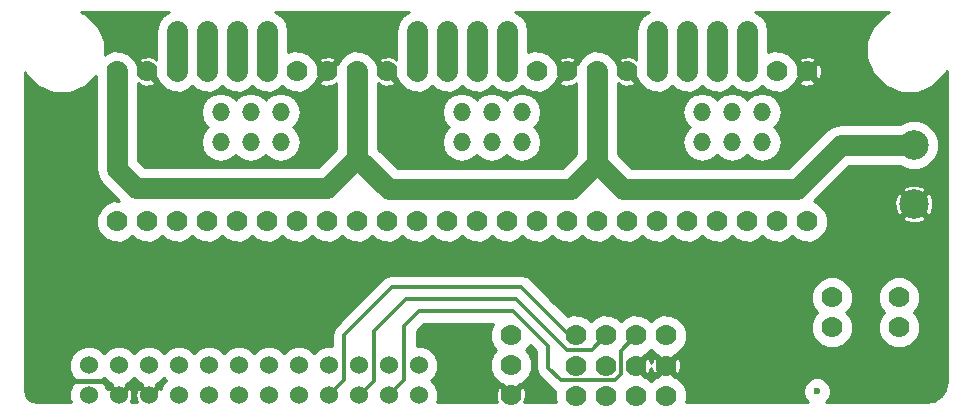
<source format=gbl>
G04 #@! TF.FileFunction,Copper,L2,Bot,Signal*
%FSLAX46Y46*%
G04 Gerber Fmt 4.6, Leading zero omitted, Abs format (unit mm)*
G04 Created by KiCad (PCBNEW 4.0.2-stable) date 12/31/2017 6:43:37 PM*
%MOMM*%
G01*
G04 APERTURE LIST*
%ADD10C,0.100000*%
%ADD11C,1.778000*%
%ADD12O,1.524000X1.524000*%
%ADD13C,2.500000*%
%ADD14C,1.524000*%
%ADD15C,0.600000*%
%ADD16C,1.778000*%
%ADD17C,0.254000*%
%ADD18C,0.381000*%
%ADD19C,0.304800*%
G04 APERTURE END LIST*
D10*
D11*
X172684800Y-122606600D03*
X172684800Y-125146600D03*
X172684800Y-127686600D03*
X180000000Y-112980000D03*
X182540000Y-112980000D03*
X185080000Y-112980000D03*
X187620000Y-112980000D03*
X190160000Y-112980000D03*
X192700000Y-112980000D03*
X195240000Y-112980000D03*
X197780000Y-112980000D03*
X197780000Y-100280000D03*
X195240000Y-100280000D03*
X192700000Y-100280000D03*
X190160000Y-100280000D03*
X187620000Y-100280000D03*
X185080000Y-100280000D03*
X182540000Y-100280000D03*
X180000000Y-100280000D03*
X159680000Y-112980000D03*
X162220000Y-112980000D03*
X164760000Y-112980000D03*
X167300000Y-112980000D03*
X169840000Y-112980000D03*
X172380000Y-112980000D03*
X174920000Y-112980000D03*
X177460000Y-112980000D03*
X177460000Y-100280000D03*
X174920000Y-100280000D03*
X172380000Y-100280000D03*
X169840000Y-100280000D03*
X167300000Y-100280000D03*
X164760000Y-100280000D03*
X162220000Y-100280000D03*
X159680000Y-100280000D03*
D12*
X188860000Y-106270000D03*
X188860000Y-103730000D03*
X191400000Y-106270000D03*
X191400000Y-103730000D03*
X193940000Y-106270000D03*
X193940000Y-103730000D03*
X168510000Y-106270000D03*
X168510000Y-103730000D03*
X171050000Y-106270000D03*
X171050000Y-103730000D03*
X173590000Y-106270000D03*
X173590000Y-103730000D03*
X148110000Y-106270000D03*
X148110000Y-103730000D03*
X150650000Y-106270000D03*
X150650000Y-103730000D03*
X153190000Y-106270000D03*
X153190000Y-103730000D03*
X185080000Y-96851000D03*
X187620000Y-96851000D03*
X190160000Y-96851000D03*
X192700000Y-96851000D03*
X164760000Y-96851000D03*
X167300000Y-96851000D03*
X169840000Y-96851000D03*
X172380000Y-96851000D03*
X144440000Y-96851000D03*
X146980000Y-96851000D03*
X149520000Y-96851000D03*
X152060000Y-96851000D03*
D11*
X139360000Y-112980000D03*
X141900000Y-112980000D03*
X144440000Y-112980000D03*
X146980000Y-112980000D03*
X149520000Y-112980000D03*
X152060000Y-112980000D03*
X154600000Y-112980000D03*
X157140000Y-112980000D03*
X157140000Y-100280000D03*
X154600000Y-100280000D03*
X152060000Y-100280000D03*
X149520000Y-100280000D03*
X146980000Y-100280000D03*
X144440000Y-100280000D03*
X141900000Y-100280000D03*
X139360000Y-100280000D03*
D13*
X206800000Y-111500000D03*
X206800000Y-106500000D03*
D14*
X136947000Y-125172000D03*
X136947000Y-127712000D03*
X139487000Y-127712000D03*
X139487000Y-125172000D03*
X142027000Y-127712000D03*
X142027000Y-125172000D03*
X144567000Y-127712000D03*
X144567000Y-125172000D03*
X147107000Y-127712000D03*
X147107000Y-125172000D03*
X149647000Y-127712000D03*
X149647000Y-125172000D03*
X152187000Y-127712000D03*
X152187000Y-125172000D03*
X154727000Y-127712000D03*
X154727000Y-125172000D03*
X157267000Y-127712000D03*
X157267000Y-125172000D03*
X159807000Y-127712000D03*
X159807000Y-125172000D03*
X162347000Y-127712000D03*
X162347000Y-125172000D03*
X164887000Y-127712000D03*
X164887000Y-125172000D03*
D11*
X199850000Y-119410000D03*
X199850000Y-121950000D03*
X205550000Y-119410000D03*
X205550000Y-121950000D03*
X178196600Y-122632000D03*
X180736600Y-122632000D03*
X183276600Y-122632000D03*
X185816600Y-122632000D03*
X178196600Y-127720000D03*
X178196600Y-125180000D03*
X180736600Y-127720000D03*
X180736600Y-125180000D03*
X183276600Y-127720000D03*
X183276600Y-125180000D03*
X185816600Y-127720000D03*
X185816600Y-125180000D03*
D15*
X180800000Y-114950000D03*
X160950000Y-114950000D03*
X138450000Y-110950000D03*
X188050000Y-125450000D03*
X189150000Y-121050000D03*
X195552000Y-124578000D03*
X198600000Y-127372000D03*
D16*
X139360000Y-100280000D02*
X139360000Y-108560000D01*
X157110000Y-110150000D02*
X159680000Y-107580000D01*
X140950000Y-110150000D02*
X157110000Y-110150000D01*
X139360000Y-108560000D02*
X140950000Y-110150000D01*
X159680000Y-100280000D02*
X159680000Y-107580000D01*
X177750000Y-110250000D02*
X180000000Y-108000000D01*
X159680000Y-107580000D02*
X162350000Y-110250000D01*
X162350000Y-110250000D02*
X177750000Y-110250000D01*
X206800000Y-106500000D02*
X200600000Y-106500000D01*
X200600000Y-106500000D02*
X196900000Y-110200000D01*
X196900000Y-110200000D02*
X182200000Y-110200000D01*
X182200000Y-110200000D02*
X180000000Y-108000000D01*
X180000000Y-108000000D02*
X180000000Y-100280000D01*
D17*
X160950000Y-114950000D02*
X161000000Y-114950000D01*
D18*
X139487000Y-127712000D02*
X139412000Y-127712000D01*
X139412000Y-127712000D02*
X138150000Y-126450000D01*
X138150000Y-126450000D02*
X135750000Y-126450000D01*
D19*
X159867960Y-127712000D02*
X161074460Y-126505500D01*
X161074460Y-126505500D02*
X161074460Y-122223060D01*
X161074460Y-122223060D02*
X163767280Y-119530240D01*
X163767280Y-119530240D02*
X173089460Y-119530240D01*
X173089460Y-119530240D02*
X177402800Y-123843580D01*
X177402800Y-123843580D02*
X179525020Y-123843580D01*
X179525020Y-123843580D02*
X180736600Y-122632000D01*
X159807000Y-127712000D02*
X159867960Y-127712000D01*
X159807000Y-127712000D02*
X159807000Y-127529120D01*
X157267000Y-127666280D02*
X158544620Y-126388660D01*
X173555700Y-118541100D02*
X177896600Y-122882000D01*
X162614360Y-118541100D02*
X173555700Y-118541100D01*
X158544620Y-122610840D02*
X162614360Y-118541100D01*
X158544620Y-126388660D02*
X158544620Y-122610840D01*
X157267000Y-127712000D02*
X157267000Y-127666280D01*
D16*
X185080000Y-100280000D02*
X185080000Y-96851000D01*
X187620000Y-100280000D02*
X187620000Y-96851000D01*
X190160000Y-100280000D02*
X190160000Y-96851000D01*
X192700000Y-100280000D02*
X192700000Y-96851000D01*
X164760000Y-100280000D02*
X164760000Y-96851000D01*
X167300000Y-100280000D02*
X167300000Y-96851000D01*
X169840000Y-100280000D02*
X169840000Y-96851000D01*
X172380000Y-100280000D02*
X172380000Y-96851000D01*
X144440000Y-100280000D02*
X144440000Y-96851000D01*
X146980000Y-100280000D02*
X146980000Y-96851000D01*
X149520000Y-100280000D02*
X149520000Y-96851000D01*
X152060000Y-100280000D02*
X152060000Y-96851000D01*
D19*
X162347000Y-127712000D02*
X162369860Y-127712000D01*
X162369860Y-127712000D02*
X163657640Y-126424220D01*
X181998980Y-123909620D02*
X183276600Y-122632000D01*
X181998980Y-125926380D02*
X181998980Y-123909620D01*
X181483360Y-126442000D02*
X181998980Y-125926380D01*
X176903740Y-126442000D02*
X181483360Y-126442000D01*
X175826780Y-125365040D02*
X176903740Y-126442000D01*
X175826780Y-123530080D02*
X175826780Y-125365040D01*
X172889080Y-120592380D02*
X175826780Y-123530080D01*
X164907320Y-120592380D02*
X172889080Y-120592380D01*
X163657640Y-121842060D02*
X164907320Y-120592380D01*
X163657640Y-126424220D02*
X163657640Y-121842060D01*
X162347000Y-127712000D02*
X162347000Y-127559600D01*
D17*
G36*
X143182764Y-95593764D02*
X142797342Y-96170589D01*
X142662000Y-96851000D01*
X142662000Y-99338392D01*
X142653697Y-99346695D01*
X142554697Y-99162821D01*
X142077336Y-98997319D01*
X141572977Y-99027094D01*
X141245303Y-99162821D01*
X141146302Y-99346697D01*
X141900000Y-100100395D01*
X141914143Y-100086253D01*
X142093748Y-100265858D01*
X142079605Y-100280000D01*
X142823624Y-101024019D01*
X142931806Y-101285840D01*
X143431529Y-101786436D01*
X144084782Y-102057691D01*
X144792114Y-102058308D01*
X145445840Y-101788194D01*
X145710022Y-101524472D01*
X145971529Y-101786436D01*
X146624782Y-102057691D01*
X147332114Y-102058308D01*
X147985840Y-101788194D01*
X148250022Y-101524472D01*
X148511529Y-101786436D01*
X149164782Y-102057691D01*
X149872114Y-102058308D01*
X150525840Y-101788194D01*
X150790022Y-101524472D01*
X151051529Y-101786436D01*
X151704782Y-102057691D01*
X152412114Y-102058308D01*
X153065840Y-101788194D01*
X153330022Y-101524472D01*
X153591529Y-101786436D01*
X154244782Y-102057691D01*
X154952114Y-102058308D01*
X155605840Y-101788194D01*
X156106436Y-101288471D01*
X156216154Y-101024241D01*
X156960395Y-100280000D01*
X156216376Y-99535981D01*
X156138166Y-99346697D01*
X156386302Y-99346697D01*
X157140000Y-100100395D01*
X157893698Y-99346697D01*
X157794697Y-99162821D01*
X157317336Y-98997319D01*
X156812977Y-99027094D01*
X156485303Y-99162821D01*
X156386302Y-99346697D01*
X156138166Y-99346697D01*
X156108194Y-99274160D01*
X155608471Y-98773564D01*
X154955218Y-98502309D01*
X154247886Y-98501692D01*
X153838000Y-98671053D01*
X153838000Y-96851000D01*
X153702658Y-96170589D01*
X153317236Y-95593764D01*
X152748879Y-95214000D01*
X164071121Y-95214000D01*
X163502764Y-95593764D01*
X163117342Y-96170589D01*
X162982000Y-96851000D01*
X162982000Y-99338392D01*
X162973697Y-99346695D01*
X162874697Y-99162821D01*
X162397336Y-98997319D01*
X161892977Y-99027094D01*
X161565303Y-99162821D01*
X161466302Y-99346697D01*
X162220000Y-100100395D01*
X162234143Y-100086253D01*
X162413748Y-100265858D01*
X162399605Y-100280000D01*
X163143624Y-101024019D01*
X163251806Y-101285840D01*
X163751529Y-101786436D01*
X164404782Y-102057691D01*
X165112114Y-102058308D01*
X165765840Y-101788194D01*
X166030022Y-101524472D01*
X166291529Y-101786436D01*
X166944782Y-102057691D01*
X167652114Y-102058308D01*
X168305840Y-101788194D01*
X168570022Y-101524472D01*
X168831529Y-101786436D01*
X169484782Y-102057691D01*
X170192114Y-102058308D01*
X170845840Y-101788194D01*
X171110022Y-101524472D01*
X171371529Y-101786436D01*
X172024782Y-102057691D01*
X172732114Y-102058308D01*
X173385840Y-101788194D01*
X173650022Y-101524472D01*
X173911529Y-101786436D01*
X174564782Y-102057691D01*
X175272114Y-102058308D01*
X175925840Y-101788194D01*
X176426436Y-101288471D01*
X176536154Y-101024241D01*
X177280395Y-100280000D01*
X176536376Y-99535981D01*
X176458166Y-99346697D01*
X176706302Y-99346697D01*
X177460000Y-100100395D01*
X178213698Y-99346697D01*
X178114697Y-99162821D01*
X177637336Y-98997319D01*
X177132977Y-99027094D01*
X176805303Y-99162821D01*
X176706302Y-99346697D01*
X176458166Y-99346697D01*
X176428194Y-99274160D01*
X175928471Y-98773564D01*
X175275218Y-98502309D01*
X174567886Y-98501692D01*
X174158000Y-98671053D01*
X174158000Y-96851000D01*
X174022658Y-96170589D01*
X173637236Y-95593764D01*
X173068879Y-95214000D01*
X184391121Y-95214000D01*
X183822764Y-95593764D01*
X183437342Y-96170589D01*
X183302000Y-96851000D01*
X183302000Y-99338392D01*
X183293697Y-99346695D01*
X183194697Y-99162821D01*
X182717336Y-98997319D01*
X182212977Y-99027094D01*
X181885303Y-99162821D01*
X181786302Y-99346697D01*
X182540000Y-100100395D01*
X182554143Y-100086253D01*
X182733748Y-100265858D01*
X182719605Y-100280000D01*
X183463624Y-101024019D01*
X183571806Y-101285840D01*
X184071529Y-101786436D01*
X184724782Y-102057691D01*
X185432114Y-102058308D01*
X186085840Y-101788194D01*
X186350022Y-101524472D01*
X186611529Y-101786436D01*
X187264782Y-102057691D01*
X187972114Y-102058308D01*
X188625840Y-101788194D01*
X188890022Y-101524472D01*
X189151529Y-101786436D01*
X189804782Y-102057691D01*
X190512114Y-102058308D01*
X191165840Y-101788194D01*
X191430022Y-101524472D01*
X191691529Y-101786436D01*
X192344782Y-102057691D01*
X193052114Y-102058308D01*
X193705840Y-101788194D01*
X193970022Y-101524472D01*
X194231529Y-101786436D01*
X194884782Y-102057691D01*
X195592114Y-102058308D01*
X196245840Y-101788194D01*
X196746436Y-101288471D01*
X196777648Y-101213303D01*
X197026302Y-101213303D01*
X197125303Y-101397179D01*
X197602664Y-101562681D01*
X198107023Y-101532906D01*
X198434697Y-101397179D01*
X198533698Y-101213303D01*
X197780000Y-100459605D01*
X197026302Y-101213303D01*
X196777648Y-101213303D01*
X196856154Y-101024241D01*
X197600395Y-100280000D01*
X197959605Y-100280000D01*
X198713303Y-101033698D01*
X198897179Y-100934697D01*
X199062681Y-100457336D01*
X199032906Y-99952977D01*
X198897179Y-99625303D01*
X198713303Y-99526302D01*
X197959605Y-100280000D01*
X197600395Y-100280000D01*
X196856376Y-99535981D01*
X196778166Y-99346697D01*
X197026302Y-99346697D01*
X197780000Y-100100395D01*
X198533698Y-99346697D01*
X198434697Y-99162821D01*
X197957336Y-98997319D01*
X197452977Y-99027094D01*
X197125303Y-99162821D01*
X197026302Y-99346697D01*
X196778166Y-99346697D01*
X196748194Y-99274160D01*
X196248471Y-98773564D01*
X195595218Y-98502309D01*
X194887886Y-98501692D01*
X194478000Y-98671053D01*
X194478000Y-96851000D01*
X194342658Y-96170589D01*
X193957236Y-95593764D01*
X193388879Y-95214000D01*
X204733898Y-95214000D01*
X204348154Y-95373386D01*
X203326972Y-96392787D01*
X202773631Y-97725380D01*
X202772372Y-99168290D01*
X203323386Y-100501846D01*
X204342787Y-101523028D01*
X205675380Y-102076369D01*
X207118290Y-102077628D01*
X208451846Y-101526614D01*
X209473028Y-100507213D01*
X209586000Y-100235146D01*
X209586000Y-126455055D01*
X209436407Y-127207112D01*
X209064183Y-127764183D01*
X208507112Y-128136407D01*
X207755055Y-128286000D01*
X199367373Y-128286000D01*
X199607397Y-128046394D01*
X199788793Y-127609544D01*
X199789206Y-127136531D01*
X199608573Y-126699365D01*
X199274394Y-126364603D01*
X198837544Y-126183207D01*
X198364531Y-126182794D01*
X197927365Y-126363427D01*
X197592603Y-126697606D01*
X197411207Y-127134456D01*
X197410794Y-127607469D01*
X197591427Y-128044635D01*
X197832372Y-128286000D01*
X187506766Y-128286000D01*
X187594291Y-128075218D01*
X187594908Y-127367886D01*
X187324794Y-126714160D01*
X186825071Y-126213564D01*
X186560841Y-126103846D01*
X185816600Y-125359605D01*
X185072581Y-126103624D01*
X184810760Y-126211806D01*
X184546578Y-126475528D01*
X184285071Y-126213564D01*
X184020841Y-126103846D01*
X183276600Y-125359605D01*
X183262458Y-125373748D01*
X183082853Y-125194143D01*
X183096995Y-125180000D01*
X183456205Y-125180000D01*
X184209903Y-125933698D01*
X184393779Y-125834697D01*
X184555501Y-125368239D01*
X184563694Y-125507023D01*
X184699421Y-125834697D01*
X184883297Y-125933698D01*
X185636995Y-125180000D01*
X185996205Y-125180000D01*
X186749903Y-125933698D01*
X186933779Y-125834697D01*
X187099281Y-125357336D01*
X187069506Y-124852977D01*
X186933779Y-124525303D01*
X186749903Y-124426302D01*
X185996205Y-125180000D01*
X185636995Y-125180000D01*
X184883297Y-124426302D01*
X184699421Y-124525303D01*
X184537699Y-124991761D01*
X184529506Y-124852977D01*
X184393779Y-124525303D01*
X184209903Y-124426302D01*
X183456205Y-125180000D01*
X183096995Y-125180000D01*
X183082853Y-125165858D01*
X183262458Y-124986253D01*
X183276600Y-125000395D01*
X184030298Y-124246697D01*
X184029276Y-124244799D01*
X184282440Y-124140194D01*
X184546622Y-123876472D01*
X184808129Y-124138436D01*
X185063989Y-124244679D01*
X185062902Y-124246697D01*
X185816600Y-125000395D01*
X186570298Y-124246697D01*
X186569276Y-124244799D01*
X186822440Y-124140194D01*
X187323036Y-123640471D01*
X187594291Y-122987218D01*
X187594908Y-122279886D01*
X187324794Y-121626160D01*
X186825071Y-121125564D01*
X186171818Y-120854309D01*
X185464486Y-120853692D01*
X184810760Y-121123806D01*
X184546578Y-121387528D01*
X184285071Y-121125564D01*
X183631818Y-120854309D01*
X182924486Y-120853692D01*
X182270760Y-121123806D01*
X182006578Y-121387528D01*
X181745071Y-121125564D01*
X181091818Y-120854309D01*
X180384486Y-120853692D01*
X179730760Y-121123806D01*
X179466578Y-121387528D01*
X179205071Y-121125564D01*
X178551818Y-120854309D01*
X177844486Y-120853692D01*
X177488248Y-121000886D01*
X176249476Y-119762114D01*
X198071692Y-119762114D01*
X198341806Y-120415840D01*
X198605528Y-120680022D01*
X198343564Y-120941529D01*
X198072309Y-121594782D01*
X198071692Y-122302114D01*
X198341806Y-122955840D01*
X198841529Y-123456436D01*
X199494782Y-123727691D01*
X200202114Y-123728308D01*
X200855840Y-123458194D01*
X201356436Y-122958471D01*
X201627691Y-122305218D01*
X201628308Y-121597886D01*
X201358194Y-120944160D01*
X201094472Y-120679978D01*
X201356436Y-120418471D01*
X201627691Y-119765218D01*
X201627693Y-119762114D01*
X203771692Y-119762114D01*
X204041806Y-120415840D01*
X204305528Y-120680022D01*
X204043564Y-120941529D01*
X203772309Y-121594782D01*
X203771692Y-122302114D01*
X204041806Y-122955840D01*
X204541529Y-123456436D01*
X205194782Y-123727691D01*
X205902114Y-123728308D01*
X206555840Y-123458194D01*
X207056436Y-122958471D01*
X207327691Y-122305218D01*
X207328308Y-121597886D01*
X207058194Y-120944160D01*
X206794472Y-120679978D01*
X207056436Y-120418471D01*
X207327691Y-119765218D01*
X207328308Y-119057886D01*
X207058194Y-118404160D01*
X206558471Y-117903564D01*
X205905218Y-117632309D01*
X205197886Y-117631692D01*
X204544160Y-117901806D01*
X204043564Y-118401529D01*
X203772309Y-119054782D01*
X203771692Y-119762114D01*
X201627693Y-119762114D01*
X201628308Y-119057886D01*
X201358194Y-118404160D01*
X200858471Y-117903564D01*
X200205218Y-117632309D01*
X199497886Y-117631692D01*
X198844160Y-117901806D01*
X198343564Y-118401529D01*
X198072309Y-119054782D01*
X198071692Y-119762114D01*
X176249476Y-119762114D01*
X174292081Y-117804719D01*
X174034051Y-117632309D01*
X173954227Y-117578972D01*
X173555700Y-117499700D01*
X162614360Y-117499700D01*
X162215834Y-117578971D01*
X161877979Y-117804719D01*
X157808239Y-121874459D01*
X157582492Y-122212313D01*
X157503220Y-122610840D01*
X157503220Y-123521205D01*
X156940037Y-123520714D01*
X156333005Y-123771534D01*
X155996821Y-124107132D01*
X155663437Y-123773166D01*
X155056845Y-123521287D01*
X154400037Y-123520714D01*
X153793005Y-123771534D01*
X153456821Y-124107132D01*
X153123437Y-123773166D01*
X152516845Y-123521287D01*
X151860037Y-123520714D01*
X151253005Y-123771534D01*
X150916821Y-124107132D01*
X150583437Y-123773166D01*
X149976845Y-123521287D01*
X149320037Y-123520714D01*
X148713005Y-123771534D01*
X148376821Y-124107132D01*
X148043437Y-123773166D01*
X147436845Y-123521287D01*
X146780037Y-123520714D01*
X146173005Y-123771534D01*
X145836821Y-124107132D01*
X145503437Y-123773166D01*
X144896845Y-123521287D01*
X144240037Y-123520714D01*
X143633005Y-123771534D01*
X143296821Y-124107132D01*
X142963437Y-123773166D01*
X142356845Y-123521287D01*
X141700037Y-123520714D01*
X141093005Y-123771534D01*
X140756821Y-124107132D01*
X140423437Y-123773166D01*
X139816845Y-123521287D01*
X139160037Y-123520714D01*
X138553005Y-123771534D01*
X138216821Y-124107132D01*
X137883437Y-123773166D01*
X137276845Y-123521287D01*
X136620037Y-123520714D01*
X136013005Y-123771534D01*
X135548166Y-124235563D01*
X135296287Y-124842155D01*
X135295714Y-125498963D01*
X135546534Y-126105995D01*
X135882132Y-126442179D01*
X135548166Y-126775563D01*
X135296287Y-127382155D01*
X135295714Y-128038963D01*
X135397787Y-128286000D01*
X132644946Y-128286000D01*
X132160766Y-128189691D01*
X131830791Y-127969209D01*
X131610309Y-127639234D01*
X131514000Y-127155054D01*
X131514000Y-100358121D01*
X131573386Y-100501846D01*
X132592787Y-101523028D01*
X133925380Y-102076369D01*
X135368290Y-102077628D01*
X136701846Y-101526614D01*
X137582000Y-100647995D01*
X137582000Y-108560000D01*
X137717342Y-109240411D01*
X138102764Y-109817236D01*
X139487638Y-111202110D01*
X139007886Y-111201692D01*
X138354160Y-111471806D01*
X137853564Y-111971529D01*
X137582309Y-112624782D01*
X137581692Y-113332114D01*
X137851806Y-113985840D01*
X138351529Y-114486436D01*
X139004782Y-114757691D01*
X139712114Y-114758308D01*
X140365840Y-114488194D01*
X140630022Y-114224472D01*
X140891529Y-114486436D01*
X141544782Y-114757691D01*
X142252114Y-114758308D01*
X142905840Y-114488194D01*
X143170022Y-114224472D01*
X143431529Y-114486436D01*
X144084782Y-114757691D01*
X144792114Y-114758308D01*
X145445840Y-114488194D01*
X145710022Y-114224472D01*
X145971529Y-114486436D01*
X146624782Y-114757691D01*
X147332114Y-114758308D01*
X147985840Y-114488194D01*
X148250022Y-114224472D01*
X148511529Y-114486436D01*
X149164782Y-114757691D01*
X149872114Y-114758308D01*
X150525840Y-114488194D01*
X150790022Y-114224472D01*
X151051529Y-114486436D01*
X151704782Y-114757691D01*
X152412114Y-114758308D01*
X153065840Y-114488194D01*
X153330022Y-114224472D01*
X153591529Y-114486436D01*
X154244782Y-114757691D01*
X154952114Y-114758308D01*
X155605840Y-114488194D01*
X155870022Y-114224472D01*
X156131529Y-114486436D01*
X156784782Y-114757691D01*
X157492114Y-114758308D01*
X158145840Y-114488194D01*
X158410022Y-114224472D01*
X158671529Y-114486436D01*
X159324782Y-114757691D01*
X160032114Y-114758308D01*
X160685840Y-114488194D01*
X160950022Y-114224472D01*
X161211529Y-114486436D01*
X161864782Y-114757691D01*
X162572114Y-114758308D01*
X163225840Y-114488194D01*
X163490022Y-114224472D01*
X163751529Y-114486436D01*
X164404782Y-114757691D01*
X165112114Y-114758308D01*
X165765840Y-114488194D01*
X166030022Y-114224472D01*
X166291529Y-114486436D01*
X166944782Y-114757691D01*
X167652114Y-114758308D01*
X168305840Y-114488194D01*
X168570022Y-114224472D01*
X168831529Y-114486436D01*
X169484782Y-114757691D01*
X170192114Y-114758308D01*
X170845840Y-114488194D01*
X171110022Y-114224472D01*
X171371529Y-114486436D01*
X172024782Y-114757691D01*
X172732114Y-114758308D01*
X173385840Y-114488194D01*
X173650022Y-114224472D01*
X173911529Y-114486436D01*
X174564782Y-114757691D01*
X175272114Y-114758308D01*
X175925840Y-114488194D01*
X176190022Y-114224472D01*
X176451529Y-114486436D01*
X177104782Y-114757691D01*
X177812114Y-114758308D01*
X178465840Y-114488194D01*
X178730022Y-114224472D01*
X178991529Y-114486436D01*
X179644782Y-114757691D01*
X180352114Y-114758308D01*
X181005840Y-114488194D01*
X181270022Y-114224472D01*
X181531529Y-114486436D01*
X182184782Y-114757691D01*
X182892114Y-114758308D01*
X183545840Y-114488194D01*
X183810022Y-114224472D01*
X184071529Y-114486436D01*
X184724782Y-114757691D01*
X185432114Y-114758308D01*
X186085840Y-114488194D01*
X186350022Y-114224472D01*
X186611529Y-114486436D01*
X187264782Y-114757691D01*
X187972114Y-114758308D01*
X188625840Y-114488194D01*
X188890022Y-114224472D01*
X189151529Y-114486436D01*
X189804782Y-114757691D01*
X190512114Y-114758308D01*
X191165840Y-114488194D01*
X191430022Y-114224472D01*
X191691529Y-114486436D01*
X192344782Y-114757691D01*
X193052114Y-114758308D01*
X193705840Y-114488194D01*
X193970022Y-114224472D01*
X194231529Y-114486436D01*
X194884782Y-114757691D01*
X195592114Y-114758308D01*
X196245840Y-114488194D01*
X196510022Y-114224472D01*
X196771529Y-114486436D01*
X197424782Y-114757691D01*
X198132114Y-114758308D01*
X198785840Y-114488194D01*
X199286436Y-113988471D01*
X199557691Y-113335218D01*
X199558249Y-112694692D01*
X205784913Y-112694692D01*
X205928141Y-112916077D01*
X206536416Y-113141930D01*
X207184820Y-113117815D01*
X207671859Y-112916077D01*
X207815087Y-112694692D01*
X206800000Y-111679605D01*
X205784913Y-112694692D01*
X199558249Y-112694692D01*
X199558308Y-112627886D01*
X199288194Y-111974160D01*
X198788471Y-111473564D01*
X198330906Y-111283566D01*
X198378056Y-111236416D01*
X205158070Y-111236416D01*
X205182185Y-111884820D01*
X205383923Y-112371859D01*
X205605308Y-112515087D01*
X206620395Y-111500000D01*
X206979605Y-111500000D01*
X207994692Y-112515087D01*
X208216077Y-112371859D01*
X208441930Y-111763584D01*
X208417815Y-111115180D01*
X208216077Y-110628141D01*
X207994692Y-110484913D01*
X206979605Y-111500000D01*
X206620395Y-111500000D01*
X205605308Y-110484913D01*
X205383923Y-110628141D01*
X205158070Y-111236416D01*
X198378056Y-111236416D01*
X199309164Y-110305308D01*
X205784913Y-110305308D01*
X206800000Y-111320395D01*
X207815087Y-110305308D01*
X207671859Y-110083923D01*
X207063584Y-109858070D01*
X206415180Y-109882185D01*
X205928141Y-110083923D01*
X205784913Y-110305308D01*
X199309164Y-110305308D01*
X201336472Y-108278000D01*
X205552534Y-108278000D01*
X205586772Y-108312298D01*
X206372660Y-108638627D01*
X207223607Y-108639370D01*
X208010063Y-108314413D01*
X208612298Y-107713228D01*
X208938627Y-106927340D01*
X208939370Y-106076393D01*
X208614413Y-105289937D01*
X208013228Y-104687702D01*
X207227340Y-104361373D01*
X206376393Y-104360630D01*
X205589937Y-104685587D01*
X205553460Y-104722000D01*
X200600000Y-104722000D01*
X199919588Y-104857342D01*
X199342764Y-105242764D01*
X196163528Y-108422000D01*
X182936472Y-108422000D01*
X181778000Y-107263528D01*
X181778000Y-103730000D01*
X187176655Y-103730000D01*
X187302330Y-104361810D01*
X187660222Y-104897433D01*
X187813724Y-105000000D01*
X187660222Y-105102567D01*
X187302330Y-105638190D01*
X187176655Y-106270000D01*
X187302330Y-106901810D01*
X187660222Y-107437433D01*
X188195845Y-107795325D01*
X188827655Y-107921000D01*
X188892345Y-107921000D01*
X189524155Y-107795325D01*
X190059778Y-107437433D01*
X190130000Y-107332338D01*
X190200222Y-107437433D01*
X190735845Y-107795325D01*
X191367655Y-107921000D01*
X191432345Y-107921000D01*
X192064155Y-107795325D01*
X192599778Y-107437433D01*
X192670000Y-107332338D01*
X192740222Y-107437433D01*
X193275845Y-107795325D01*
X193907655Y-107921000D01*
X193972345Y-107921000D01*
X194604155Y-107795325D01*
X195139778Y-107437433D01*
X195497670Y-106901810D01*
X195623345Y-106270000D01*
X195497670Y-105638190D01*
X195139778Y-105102567D01*
X194986276Y-105000000D01*
X195139778Y-104897433D01*
X195497670Y-104361810D01*
X195623345Y-103730000D01*
X195497670Y-103098190D01*
X195139778Y-102562567D01*
X194604155Y-102204675D01*
X193972345Y-102079000D01*
X193907655Y-102079000D01*
X193275845Y-102204675D01*
X192740222Y-102562567D01*
X192670000Y-102667662D01*
X192599778Y-102562567D01*
X192064155Y-102204675D01*
X191432345Y-102079000D01*
X191367655Y-102079000D01*
X190735845Y-102204675D01*
X190200222Y-102562567D01*
X190130000Y-102667662D01*
X190059778Y-102562567D01*
X189524155Y-102204675D01*
X188892345Y-102079000D01*
X188827655Y-102079000D01*
X188195845Y-102204675D01*
X187660222Y-102562567D01*
X187302330Y-103098190D01*
X187176655Y-103730000D01*
X181778000Y-103730000D01*
X181778000Y-101221608D01*
X181786303Y-101213305D01*
X181885303Y-101397179D01*
X182362664Y-101562681D01*
X182867023Y-101532906D01*
X183194697Y-101397179D01*
X183293698Y-101213303D01*
X182540000Y-100459605D01*
X182525858Y-100473748D01*
X182346253Y-100294143D01*
X182360395Y-100280000D01*
X181616376Y-99535981D01*
X181508194Y-99274160D01*
X181008471Y-98773564D01*
X180355218Y-98502309D01*
X179647886Y-98501692D01*
X178994160Y-98771806D01*
X178493564Y-99271529D01*
X178383846Y-99535759D01*
X177639605Y-100280000D01*
X177653748Y-100294143D01*
X177474143Y-100473748D01*
X177460000Y-100459605D01*
X176706302Y-101213303D01*
X176805303Y-101397179D01*
X177282664Y-101562681D01*
X177787023Y-101532906D01*
X178114697Y-101397179D01*
X178213697Y-101213305D01*
X178222000Y-101221608D01*
X178222000Y-107263528D01*
X177013528Y-108472000D01*
X163086472Y-108472000D01*
X161458000Y-106843528D01*
X161458000Y-103730000D01*
X166826655Y-103730000D01*
X166952330Y-104361810D01*
X167310222Y-104897433D01*
X167463724Y-105000000D01*
X167310222Y-105102567D01*
X166952330Y-105638190D01*
X166826655Y-106270000D01*
X166952330Y-106901810D01*
X167310222Y-107437433D01*
X167845845Y-107795325D01*
X168477655Y-107921000D01*
X168542345Y-107921000D01*
X169174155Y-107795325D01*
X169709778Y-107437433D01*
X169780000Y-107332338D01*
X169850222Y-107437433D01*
X170385845Y-107795325D01*
X171017655Y-107921000D01*
X171082345Y-107921000D01*
X171714155Y-107795325D01*
X172249778Y-107437433D01*
X172320000Y-107332338D01*
X172390222Y-107437433D01*
X172925845Y-107795325D01*
X173557655Y-107921000D01*
X173622345Y-107921000D01*
X174254155Y-107795325D01*
X174789778Y-107437433D01*
X175147670Y-106901810D01*
X175273345Y-106270000D01*
X175147670Y-105638190D01*
X174789778Y-105102567D01*
X174636276Y-105000000D01*
X174789778Y-104897433D01*
X175147670Y-104361810D01*
X175273345Y-103730000D01*
X175147670Y-103098190D01*
X174789778Y-102562567D01*
X174254155Y-102204675D01*
X173622345Y-102079000D01*
X173557655Y-102079000D01*
X172925845Y-102204675D01*
X172390222Y-102562567D01*
X172320000Y-102667662D01*
X172249778Y-102562567D01*
X171714155Y-102204675D01*
X171082345Y-102079000D01*
X171017655Y-102079000D01*
X170385845Y-102204675D01*
X169850222Y-102562567D01*
X169780000Y-102667662D01*
X169709778Y-102562567D01*
X169174155Y-102204675D01*
X168542345Y-102079000D01*
X168477655Y-102079000D01*
X167845845Y-102204675D01*
X167310222Y-102562567D01*
X166952330Y-103098190D01*
X166826655Y-103730000D01*
X161458000Y-103730000D01*
X161458000Y-101221608D01*
X161466303Y-101213305D01*
X161565303Y-101397179D01*
X162042664Y-101562681D01*
X162547023Y-101532906D01*
X162874697Y-101397179D01*
X162973698Y-101213303D01*
X162220000Y-100459605D01*
X162205858Y-100473748D01*
X162026253Y-100294143D01*
X162040395Y-100280000D01*
X161296376Y-99535981D01*
X161188194Y-99274160D01*
X160688471Y-98773564D01*
X160035218Y-98502309D01*
X159327886Y-98501692D01*
X158674160Y-98771806D01*
X158173564Y-99271529D01*
X158063846Y-99535759D01*
X157319605Y-100280000D01*
X157333748Y-100294143D01*
X157154143Y-100473748D01*
X157140000Y-100459605D01*
X156386302Y-101213303D01*
X156485303Y-101397179D01*
X156962664Y-101562681D01*
X157467023Y-101532906D01*
X157794697Y-101397179D01*
X157893697Y-101213305D01*
X157902000Y-101221608D01*
X157902000Y-106843528D01*
X156373528Y-108372000D01*
X141686472Y-108372000D01*
X141138000Y-107823528D01*
X141138000Y-103730000D01*
X146426655Y-103730000D01*
X146552330Y-104361810D01*
X146910222Y-104897433D01*
X147063724Y-105000000D01*
X146910222Y-105102567D01*
X146552330Y-105638190D01*
X146426655Y-106270000D01*
X146552330Y-106901810D01*
X146910222Y-107437433D01*
X147445845Y-107795325D01*
X148077655Y-107921000D01*
X148142345Y-107921000D01*
X148774155Y-107795325D01*
X149309778Y-107437433D01*
X149380000Y-107332338D01*
X149450222Y-107437433D01*
X149985845Y-107795325D01*
X150617655Y-107921000D01*
X150682345Y-107921000D01*
X151314155Y-107795325D01*
X151849778Y-107437433D01*
X151920000Y-107332338D01*
X151990222Y-107437433D01*
X152525845Y-107795325D01*
X153157655Y-107921000D01*
X153222345Y-107921000D01*
X153854155Y-107795325D01*
X154389778Y-107437433D01*
X154747670Y-106901810D01*
X154873345Y-106270000D01*
X154747670Y-105638190D01*
X154389778Y-105102567D01*
X154236276Y-105000000D01*
X154389778Y-104897433D01*
X154747670Y-104361810D01*
X154873345Y-103730000D01*
X154747670Y-103098190D01*
X154389778Y-102562567D01*
X153854155Y-102204675D01*
X153222345Y-102079000D01*
X153157655Y-102079000D01*
X152525845Y-102204675D01*
X151990222Y-102562567D01*
X151920000Y-102667662D01*
X151849778Y-102562567D01*
X151314155Y-102204675D01*
X150682345Y-102079000D01*
X150617655Y-102079000D01*
X149985845Y-102204675D01*
X149450222Y-102562567D01*
X149380000Y-102667662D01*
X149309778Y-102562567D01*
X148774155Y-102204675D01*
X148142345Y-102079000D01*
X148077655Y-102079000D01*
X147445845Y-102204675D01*
X146910222Y-102562567D01*
X146552330Y-103098190D01*
X146426655Y-103730000D01*
X141138000Y-103730000D01*
X141138000Y-101221608D01*
X141146303Y-101213305D01*
X141245303Y-101397179D01*
X141722664Y-101562681D01*
X142227023Y-101532906D01*
X142554697Y-101397179D01*
X142653698Y-101213303D01*
X141900000Y-100459605D01*
X141885858Y-100473748D01*
X141706253Y-100294143D01*
X141720395Y-100280000D01*
X140976376Y-99535981D01*
X140868194Y-99274160D01*
X140368471Y-98773564D01*
X139715218Y-98502309D01*
X139007886Y-98501692D01*
X138354160Y-98771806D01*
X138276653Y-98849178D01*
X138277628Y-97731710D01*
X137726614Y-96398154D01*
X136707213Y-95376972D01*
X136314733Y-95214000D01*
X143751121Y-95214000D01*
X143182764Y-95593764D01*
X143182764Y-95593764D01*
G37*
X143182764Y-95593764D02*
X142797342Y-96170589D01*
X142662000Y-96851000D01*
X142662000Y-99338392D01*
X142653697Y-99346695D01*
X142554697Y-99162821D01*
X142077336Y-98997319D01*
X141572977Y-99027094D01*
X141245303Y-99162821D01*
X141146302Y-99346697D01*
X141900000Y-100100395D01*
X141914143Y-100086253D01*
X142093748Y-100265858D01*
X142079605Y-100280000D01*
X142823624Y-101024019D01*
X142931806Y-101285840D01*
X143431529Y-101786436D01*
X144084782Y-102057691D01*
X144792114Y-102058308D01*
X145445840Y-101788194D01*
X145710022Y-101524472D01*
X145971529Y-101786436D01*
X146624782Y-102057691D01*
X147332114Y-102058308D01*
X147985840Y-101788194D01*
X148250022Y-101524472D01*
X148511529Y-101786436D01*
X149164782Y-102057691D01*
X149872114Y-102058308D01*
X150525840Y-101788194D01*
X150790022Y-101524472D01*
X151051529Y-101786436D01*
X151704782Y-102057691D01*
X152412114Y-102058308D01*
X153065840Y-101788194D01*
X153330022Y-101524472D01*
X153591529Y-101786436D01*
X154244782Y-102057691D01*
X154952114Y-102058308D01*
X155605840Y-101788194D01*
X156106436Y-101288471D01*
X156216154Y-101024241D01*
X156960395Y-100280000D01*
X156216376Y-99535981D01*
X156138166Y-99346697D01*
X156386302Y-99346697D01*
X157140000Y-100100395D01*
X157893698Y-99346697D01*
X157794697Y-99162821D01*
X157317336Y-98997319D01*
X156812977Y-99027094D01*
X156485303Y-99162821D01*
X156386302Y-99346697D01*
X156138166Y-99346697D01*
X156108194Y-99274160D01*
X155608471Y-98773564D01*
X154955218Y-98502309D01*
X154247886Y-98501692D01*
X153838000Y-98671053D01*
X153838000Y-96851000D01*
X153702658Y-96170589D01*
X153317236Y-95593764D01*
X152748879Y-95214000D01*
X164071121Y-95214000D01*
X163502764Y-95593764D01*
X163117342Y-96170589D01*
X162982000Y-96851000D01*
X162982000Y-99338392D01*
X162973697Y-99346695D01*
X162874697Y-99162821D01*
X162397336Y-98997319D01*
X161892977Y-99027094D01*
X161565303Y-99162821D01*
X161466302Y-99346697D01*
X162220000Y-100100395D01*
X162234143Y-100086253D01*
X162413748Y-100265858D01*
X162399605Y-100280000D01*
X163143624Y-101024019D01*
X163251806Y-101285840D01*
X163751529Y-101786436D01*
X164404782Y-102057691D01*
X165112114Y-102058308D01*
X165765840Y-101788194D01*
X166030022Y-101524472D01*
X166291529Y-101786436D01*
X166944782Y-102057691D01*
X167652114Y-102058308D01*
X168305840Y-101788194D01*
X168570022Y-101524472D01*
X168831529Y-101786436D01*
X169484782Y-102057691D01*
X170192114Y-102058308D01*
X170845840Y-101788194D01*
X171110022Y-101524472D01*
X171371529Y-101786436D01*
X172024782Y-102057691D01*
X172732114Y-102058308D01*
X173385840Y-101788194D01*
X173650022Y-101524472D01*
X173911529Y-101786436D01*
X174564782Y-102057691D01*
X175272114Y-102058308D01*
X175925840Y-101788194D01*
X176426436Y-101288471D01*
X176536154Y-101024241D01*
X177280395Y-100280000D01*
X176536376Y-99535981D01*
X176458166Y-99346697D01*
X176706302Y-99346697D01*
X177460000Y-100100395D01*
X178213698Y-99346697D01*
X178114697Y-99162821D01*
X177637336Y-98997319D01*
X177132977Y-99027094D01*
X176805303Y-99162821D01*
X176706302Y-99346697D01*
X176458166Y-99346697D01*
X176428194Y-99274160D01*
X175928471Y-98773564D01*
X175275218Y-98502309D01*
X174567886Y-98501692D01*
X174158000Y-98671053D01*
X174158000Y-96851000D01*
X174022658Y-96170589D01*
X173637236Y-95593764D01*
X173068879Y-95214000D01*
X184391121Y-95214000D01*
X183822764Y-95593764D01*
X183437342Y-96170589D01*
X183302000Y-96851000D01*
X183302000Y-99338392D01*
X183293697Y-99346695D01*
X183194697Y-99162821D01*
X182717336Y-98997319D01*
X182212977Y-99027094D01*
X181885303Y-99162821D01*
X181786302Y-99346697D01*
X182540000Y-100100395D01*
X182554143Y-100086253D01*
X182733748Y-100265858D01*
X182719605Y-100280000D01*
X183463624Y-101024019D01*
X183571806Y-101285840D01*
X184071529Y-101786436D01*
X184724782Y-102057691D01*
X185432114Y-102058308D01*
X186085840Y-101788194D01*
X186350022Y-101524472D01*
X186611529Y-101786436D01*
X187264782Y-102057691D01*
X187972114Y-102058308D01*
X188625840Y-101788194D01*
X188890022Y-101524472D01*
X189151529Y-101786436D01*
X189804782Y-102057691D01*
X190512114Y-102058308D01*
X191165840Y-101788194D01*
X191430022Y-101524472D01*
X191691529Y-101786436D01*
X192344782Y-102057691D01*
X193052114Y-102058308D01*
X193705840Y-101788194D01*
X193970022Y-101524472D01*
X194231529Y-101786436D01*
X194884782Y-102057691D01*
X195592114Y-102058308D01*
X196245840Y-101788194D01*
X196746436Y-101288471D01*
X196777648Y-101213303D01*
X197026302Y-101213303D01*
X197125303Y-101397179D01*
X197602664Y-101562681D01*
X198107023Y-101532906D01*
X198434697Y-101397179D01*
X198533698Y-101213303D01*
X197780000Y-100459605D01*
X197026302Y-101213303D01*
X196777648Y-101213303D01*
X196856154Y-101024241D01*
X197600395Y-100280000D01*
X197959605Y-100280000D01*
X198713303Y-101033698D01*
X198897179Y-100934697D01*
X199062681Y-100457336D01*
X199032906Y-99952977D01*
X198897179Y-99625303D01*
X198713303Y-99526302D01*
X197959605Y-100280000D01*
X197600395Y-100280000D01*
X196856376Y-99535981D01*
X196778166Y-99346697D01*
X197026302Y-99346697D01*
X197780000Y-100100395D01*
X198533698Y-99346697D01*
X198434697Y-99162821D01*
X197957336Y-98997319D01*
X197452977Y-99027094D01*
X197125303Y-99162821D01*
X197026302Y-99346697D01*
X196778166Y-99346697D01*
X196748194Y-99274160D01*
X196248471Y-98773564D01*
X195595218Y-98502309D01*
X194887886Y-98501692D01*
X194478000Y-98671053D01*
X194478000Y-96851000D01*
X194342658Y-96170589D01*
X193957236Y-95593764D01*
X193388879Y-95214000D01*
X204733898Y-95214000D01*
X204348154Y-95373386D01*
X203326972Y-96392787D01*
X202773631Y-97725380D01*
X202772372Y-99168290D01*
X203323386Y-100501846D01*
X204342787Y-101523028D01*
X205675380Y-102076369D01*
X207118290Y-102077628D01*
X208451846Y-101526614D01*
X209473028Y-100507213D01*
X209586000Y-100235146D01*
X209586000Y-126455055D01*
X209436407Y-127207112D01*
X209064183Y-127764183D01*
X208507112Y-128136407D01*
X207755055Y-128286000D01*
X199367373Y-128286000D01*
X199607397Y-128046394D01*
X199788793Y-127609544D01*
X199789206Y-127136531D01*
X199608573Y-126699365D01*
X199274394Y-126364603D01*
X198837544Y-126183207D01*
X198364531Y-126182794D01*
X197927365Y-126363427D01*
X197592603Y-126697606D01*
X197411207Y-127134456D01*
X197410794Y-127607469D01*
X197591427Y-128044635D01*
X197832372Y-128286000D01*
X187506766Y-128286000D01*
X187594291Y-128075218D01*
X187594908Y-127367886D01*
X187324794Y-126714160D01*
X186825071Y-126213564D01*
X186560841Y-126103846D01*
X185816600Y-125359605D01*
X185072581Y-126103624D01*
X184810760Y-126211806D01*
X184546578Y-126475528D01*
X184285071Y-126213564D01*
X184020841Y-126103846D01*
X183276600Y-125359605D01*
X183262458Y-125373748D01*
X183082853Y-125194143D01*
X183096995Y-125180000D01*
X183456205Y-125180000D01*
X184209903Y-125933698D01*
X184393779Y-125834697D01*
X184555501Y-125368239D01*
X184563694Y-125507023D01*
X184699421Y-125834697D01*
X184883297Y-125933698D01*
X185636995Y-125180000D01*
X185996205Y-125180000D01*
X186749903Y-125933698D01*
X186933779Y-125834697D01*
X187099281Y-125357336D01*
X187069506Y-124852977D01*
X186933779Y-124525303D01*
X186749903Y-124426302D01*
X185996205Y-125180000D01*
X185636995Y-125180000D01*
X184883297Y-124426302D01*
X184699421Y-124525303D01*
X184537699Y-124991761D01*
X184529506Y-124852977D01*
X184393779Y-124525303D01*
X184209903Y-124426302D01*
X183456205Y-125180000D01*
X183096995Y-125180000D01*
X183082853Y-125165858D01*
X183262458Y-124986253D01*
X183276600Y-125000395D01*
X184030298Y-124246697D01*
X184029276Y-124244799D01*
X184282440Y-124140194D01*
X184546622Y-123876472D01*
X184808129Y-124138436D01*
X185063989Y-124244679D01*
X185062902Y-124246697D01*
X185816600Y-125000395D01*
X186570298Y-124246697D01*
X186569276Y-124244799D01*
X186822440Y-124140194D01*
X187323036Y-123640471D01*
X187594291Y-122987218D01*
X187594908Y-122279886D01*
X187324794Y-121626160D01*
X186825071Y-121125564D01*
X186171818Y-120854309D01*
X185464486Y-120853692D01*
X184810760Y-121123806D01*
X184546578Y-121387528D01*
X184285071Y-121125564D01*
X183631818Y-120854309D01*
X182924486Y-120853692D01*
X182270760Y-121123806D01*
X182006578Y-121387528D01*
X181745071Y-121125564D01*
X181091818Y-120854309D01*
X180384486Y-120853692D01*
X179730760Y-121123806D01*
X179466578Y-121387528D01*
X179205071Y-121125564D01*
X178551818Y-120854309D01*
X177844486Y-120853692D01*
X177488248Y-121000886D01*
X176249476Y-119762114D01*
X198071692Y-119762114D01*
X198341806Y-120415840D01*
X198605528Y-120680022D01*
X198343564Y-120941529D01*
X198072309Y-121594782D01*
X198071692Y-122302114D01*
X198341806Y-122955840D01*
X198841529Y-123456436D01*
X199494782Y-123727691D01*
X200202114Y-123728308D01*
X200855840Y-123458194D01*
X201356436Y-122958471D01*
X201627691Y-122305218D01*
X201628308Y-121597886D01*
X201358194Y-120944160D01*
X201094472Y-120679978D01*
X201356436Y-120418471D01*
X201627691Y-119765218D01*
X201627693Y-119762114D01*
X203771692Y-119762114D01*
X204041806Y-120415840D01*
X204305528Y-120680022D01*
X204043564Y-120941529D01*
X203772309Y-121594782D01*
X203771692Y-122302114D01*
X204041806Y-122955840D01*
X204541529Y-123456436D01*
X205194782Y-123727691D01*
X205902114Y-123728308D01*
X206555840Y-123458194D01*
X207056436Y-122958471D01*
X207327691Y-122305218D01*
X207328308Y-121597886D01*
X207058194Y-120944160D01*
X206794472Y-120679978D01*
X207056436Y-120418471D01*
X207327691Y-119765218D01*
X207328308Y-119057886D01*
X207058194Y-118404160D01*
X206558471Y-117903564D01*
X205905218Y-117632309D01*
X205197886Y-117631692D01*
X204544160Y-117901806D01*
X204043564Y-118401529D01*
X203772309Y-119054782D01*
X203771692Y-119762114D01*
X201627693Y-119762114D01*
X201628308Y-119057886D01*
X201358194Y-118404160D01*
X200858471Y-117903564D01*
X200205218Y-117632309D01*
X199497886Y-117631692D01*
X198844160Y-117901806D01*
X198343564Y-118401529D01*
X198072309Y-119054782D01*
X198071692Y-119762114D01*
X176249476Y-119762114D01*
X174292081Y-117804719D01*
X174034051Y-117632309D01*
X173954227Y-117578972D01*
X173555700Y-117499700D01*
X162614360Y-117499700D01*
X162215834Y-117578971D01*
X161877979Y-117804719D01*
X157808239Y-121874459D01*
X157582492Y-122212313D01*
X157503220Y-122610840D01*
X157503220Y-123521205D01*
X156940037Y-123520714D01*
X156333005Y-123771534D01*
X155996821Y-124107132D01*
X155663437Y-123773166D01*
X155056845Y-123521287D01*
X154400037Y-123520714D01*
X153793005Y-123771534D01*
X153456821Y-124107132D01*
X153123437Y-123773166D01*
X152516845Y-123521287D01*
X151860037Y-123520714D01*
X151253005Y-123771534D01*
X150916821Y-124107132D01*
X150583437Y-123773166D01*
X149976845Y-123521287D01*
X149320037Y-123520714D01*
X148713005Y-123771534D01*
X148376821Y-124107132D01*
X148043437Y-123773166D01*
X147436845Y-123521287D01*
X146780037Y-123520714D01*
X146173005Y-123771534D01*
X145836821Y-124107132D01*
X145503437Y-123773166D01*
X144896845Y-123521287D01*
X144240037Y-123520714D01*
X143633005Y-123771534D01*
X143296821Y-124107132D01*
X142963437Y-123773166D01*
X142356845Y-123521287D01*
X141700037Y-123520714D01*
X141093005Y-123771534D01*
X140756821Y-124107132D01*
X140423437Y-123773166D01*
X139816845Y-123521287D01*
X139160037Y-123520714D01*
X138553005Y-123771534D01*
X138216821Y-124107132D01*
X137883437Y-123773166D01*
X137276845Y-123521287D01*
X136620037Y-123520714D01*
X136013005Y-123771534D01*
X135548166Y-124235563D01*
X135296287Y-124842155D01*
X135295714Y-125498963D01*
X135546534Y-126105995D01*
X135882132Y-126442179D01*
X135548166Y-126775563D01*
X135296287Y-127382155D01*
X135295714Y-128038963D01*
X135397787Y-128286000D01*
X132644946Y-128286000D01*
X132160766Y-128189691D01*
X131830791Y-127969209D01*
X131610309Y-127639234D01*
X131514000Y-127155054D01*
X131514000Y-100358121D01*
X131573386Y-100501846D01*
X132592787Y-101523028D01*
X133925380Y-102076369D01*
X135368290Y-102077628D01*
X136701846Y-101526614D01*
X137582000Y-100647995D01*
X137582000Y-108560000D01*
X137717342Y-109240411D01*
X138102764Y-109817236D01*
X139487638Y-111202110D01*
X139007886Y-111201692D01*
X138354160Y-111471806D01*
X137853564Y-111971529D01*
X137582309Y-112624782D01*
X137581692Y-113332114D01*
X137851806Y-113985840D01*
X138351529Y-114486436D01*
X139004782Y-114757691D01*
X139712114Y-114758308D01*
X140365840Y-114488194D01*
X140630022Y-114224472D01*
X140891529Y-114486436D01*
X141544782Y-114757691D01*
X142252114Y-114758308D01*
X142905840Y-114488194D01*
X143170022Y-114224472D01*
X143431529Y-114486436D01*
X144084782Y-114757691D01*
X144792114Y-114758308D01*
X145445840Y-114488194D01*
X145710022Y-114224472D01*
X145971529Y-114486436D01*
X146624782Y-114757691D01*
X147332114Y-114758308D01*
X147985840Y-114488194D01*
X148250022Y-114224472D01*
X148511529Y-114486436D01*
X149164782Y-114757691D01*
X149872114Y-114758308D01*
X150525840Y-114488194D01*
X150790022Y-114224472D01*
X151051529Y-114486436D01*
X151704782Y-114757691D01*
X152412114Y-114758308D01*
X153065840Y-114488194D01*
X153330022Y-114224472D01*
X153591529Y-114486436D01*
X154244782Y-114757691D01*
X154952114Y-114758308D01*
X155605840Y-114488194D01*
X155870022Y-114224472D01*
X156131529Y-114486436D01*
X156784782Y-114757691D01*
X157492114Y-114758308D01*
X158145840Y-114488194D01*
X158410022Y-114224472D01*
X158671529Y-114486436D01*
X159324782Y-114757691D01*
X160032114Y-114758308D01*
X160685840Y-114488194D01*
X160950022Y-114224472D01*
X161211529Y-114486436D01*
X161864782Y-114757691D01*
X162572114Y-114758308D01*
X163225840Y-114488194D01*
X163490022Y-114224472D01*
X163751529Y-114486436D01*
X164404782Y-114757691D01*
X165112114Y-114758308D01*
X165765840Y-114488194D01*
X166030022Y-114224472D01*
X166291529Y-114486436D01*
X166944782Y-114757691D01*
X167652114Y-114758308D01*
X168305840Y-114488194D01*
X168570022Y-114224472D01*
X168831529Y-114486436D01*
X169484782Y-114757691D01*
X170192114Y-114758308D01*
X170845840Y-114488194D01*
X171110022Y-114224472D01*
X171371529Y-114486436D01*
X172024782Y-114757691D01*
X172732114Y-114758308D01*
X173385840Y-114488194D01*
X173650022Y-114224472D01*
X173911529Y-114486436D01*
X174564782Y-114757691D01*
X175272114Y-114758308D01*
X175925840Y-114488194D01*
X176190022Y-114224472D01*
X176451529Y-114486436D01*
X177104782Y-114757691D01*
X177812114Y-114758308D01*
X178465840Y-114488194D01*
X178730022Y-114224472D01*
X178991529Y-114486436D01*
X179644782Y-114757691D01*
X180352114Y-114758308D01*
X181005840Y-114488194D01*
X181270022Y-114224472D01*
X181531529Y-114486436D01*
X182184782Y-114757691D01*
X182892114Y-114758308D01*
X183545840Y-114488194D01*
X183810022Y-114224472D01*
X184071529Y-114486436D01*
X184724782Y-114757691D01*
X185432114Y-114758308D01*
X186085840Y-114488194D01*
X186350022Y-114224472D01*
X186611529Y-114486436D01*
X187264782Y-114757691D01*
X187972114Y-114758308D01*
X188625840Y-114488194D01*
X188890022Y-114224472D01*
X189151529Y-114486436D01*
X189804782Y-114757691D01*
X190512114Y-114758308D01*
X191165840Y-114488194D01*
X191430022Y-114224472D01*
X191691529Y-114486436D01*
X192344782Y-114757691D01*
X193052114Y-114758308D01*
X193705840Y-114488194D01*
X193970022Y-114224472D01*
X194231529Y-114486436D01*
X194884782Y-114757691D01*
X195592114Y-114758308D01*
X196245840Y-114488194D01*
X196510022Y-114224472D01*
X196771529Y-114486436D01*
X197424782Y-114757691D01*
X198132114Y-114758308D01*
X198785840Y-114488194D01*
X199286436Y-113988471D01*
X199557691Y-113335218D01*
X199558249Y-112694692D01*
X205784913Y-112694692D01*
X205928141Y-112916077D01*
X206536416Y-113141930D01*
X207184820Y-113117815D01*
X207671859Y-112916077D01*
X207815087Y-112694692D01*
X206800000Y-111679605D01*
X205784913Y-112694692D01*
X199558249Y-112694692D01*
X199558308Y-112627886D01*
X199288194Y-111974160D01*
X198788471Y-111473564D01*
X198330906Y-111283566D01*
X198378056Y-111236416D01*
X205158070Y-111236416D01*
X205182185Y-111884820D01*
X205383923Y-112371859D01*
X205605308Y-112515087D01*
X206620395Y-111500000D01*
X206979605Y-111500000D01*
X207994692Y-112515087D01*
X208216077Y-112371859D01*
X208441930Y-111763584D01*
X208417815Y-111115180D01*
X208216077Y-110628141D01*
X207994692Y-110484913D01*
X206979605Y-111500000D01*
X206620395Y-111500000D01*
X205605308Y-110484913D01*
X205383923Y-110628141D01*
X205158070Y-111236416D01*
X198378056Y-111236416D01*
X199309164Y-110305308D01*
X205784913Y-110305308D01*
X206800000Y-111320395D01*
X207815087Y-110305308D01*
X207671859Y-110083923D01*
X207063584Y-109858070D01*
X206415180Y-109882185D01*
X205928141Y-110083923D01*
X205784913Y-110305308D01*
X199309164Y-110305308D01*
X201336472Y-108278000D01*
X205552534Y-108278000D01*
X205586772Y-108312298D01*
X206372660Y-108638627D01*
X207223607Y-108639370D01*
X208010063Y-108314413D01*
X208612298Y-107713228D01*
X208938627Y-106927340D01*
X208939370Y-106076393D01*
X208614413Y-105289937D01*
X208013228Y-104687702D01*
X207227340Y-104361373D01*
X206376393Y-104360630D01*
X205589937Y-104685587D01*
X205553460Y-104722000D01*
X200600000Y-104722000D01*
X199919588Y-104857342D01*
X199342764Y-105242764D01*
X196163528Y-108422000D01*
X182936472Y-108422000D01*
X181778000Y-107263528D01*
X181778000Y-103730000D01*
X187176655Y-103730000D01*
X187302330Y-104361810D01*
X187660222Y-104897433D01*
X187813724Y-105000000D01*
X187660222Y-105102567D01*
X187302330Y-105638190D01*
X187176655Y-106270000D01*
X187302330Y-106901810D01*
X187660222Y-107437433D01*
X188195845Y-107795325D01*
X188827655Y-107921000D01*
X188892345Y-107921000D01*
X189524155Y-107795325D01*
X190059778Y-107437433D01*
X190130000Y-107332338D01*
X190200222Y-107437433D01*
X190735845Y-107795325D01*
X191367655Y-107921000D01*
X191432345Y-107921000D01*
X192064155Y-107795325D01*
X192599778Y-107437433D01*
X192670000Y-107332338D01*
X192740222Y-107437433D01*
X193275845Y-107795325D01*
X193907655Y-107921000D01*
X193972345Y-107921000D01*
X194604155Y-107795325D01*
X195139778Y-107437433D01*
X195497670Y-106901810D01*
X195623345Y-106270000D01*
X195497670Y-105638190D01*
X195139778Y-105102567D01*
X194986276Y-105000000D01*
X195139778Y-104897433D01*
X195497670Y-104361810D01*
X195623345Y-103730000D01*
X195497670Y-103098190D01*
X195139778Y-102562567D01*
X194604155Y-102204675D01*
X193972345Y-102079000D01*
X193907655Y-102079000D01*
X193275845Y-102204675D01*
X192740222Y-102562567D01*
X192670000Y-102667662D01*
X192599778Y-102562567D01*
X192064155Y-102204675D01*
X191432345Y-102079000D01*
X191367655Y-102079000D01*
X190735845Y-102204675D01*
X190200222Y-102562567D01*
X190130000Y-102667662D01*
X190059778Y-102562567D01*
X189524155Y-102204675D01*
X188892345Y-102079000D01*
X188827655Y-102079000D01*
X188195845Y-102204675D01*
X187660222Y-102562567D01*
X187302330Y-103098190D01*
X187176655Y-103730000D01*
X181778000Y-103730000D01*
X181778000Y-101221608D01*
X181786303Y-101213305D01*
X181885303Y-101397179D01*
X182362664Y-101562681D01*
X182867023Y-101532906D01*
X183194697Y-101397179D01*
X183293698Y-101213303D01*
X182540000Y-100459605D01*
X182525858Y-100473748D01*
X182346253Y-100294143D01*
X182360395Y-100280000D01*
X181616376Y-99535981D01*
X181508194Y-99274160D01*
X181008471Y-98773564D01*
X180355218Y-98502309D01*
X179647886Y-98501692D01*
X178994160Y-98771806D01*
X178493564Y-99271529D01*
X178383846Y-99535759D01*
X177639605Y-100280000D01*
X177653748Y-100294143D01*
X177474143Y-100473748D01*
X177460000Y-100459605D01*
X176706302Y-101213303D01*
X176805303Y-101397179D01*
X177282664Y-101562681D01*
X177787023Y-101532906D01*
X178114697Y-101397179D01*
X178213697Y-101213305D01*
X178222000Y-101221608D01*
X178222000Y-107263528D01*
X177013528Y-108472000D01*
X163086472Y-108472000D01*
X161458000Y-106843528D01*
X161458000Y-103730000D01*
X166826655Y-103730000D01*
X166952330Y-104361810D01*
X167310222Y-104897433D01*
X167463724Y-105000000D01*
X167310222Y-105102567D01*
X166952330Y-105638190D01*
X166826655Y-106270000D01*
X166952330Y-106901810D01*
X167310222Y-107437433D01*
X167845845Y-107795325D01*
X168477655Y-107921000D01*
X168542345Y-107921000D01*
X169174155Y-107795325D01*
X169709778Y-107437433D01*
X169780000Y-107332338D01*
X169850222Y-107437433D01*
X170385845Y-107795325D01*
X171017655Y-107921000D01*
X171082345Y-107921000D01*
X171714155Y-107795325D01*
X172249778Y-107437433D01*
X172320000Y-107332338D01*
X172390222Y-107437433D01*
X172925845Y-107795325D01*
X173557655Y-107921000D01*
X173622345Y-107921000D01*
X174254155Y-107795325D01*
X174789778Y-107437433D01*
X175147670Y-106901810D01*
X175273345Y-106270000D01*
X175147670Y-105638190D01*
X174789778Y-105102567D01*
X174636276Y-105000000D01*
X174789778Y-104897433D01*
X175147670Y-104361810D01*
X175273345Y-103730000D01*
X175147670Y-103098190D01*
X174789778Y-102562567D01*
X174254155Y-102204675D01*
X173622345Y-102079000D01*
X173557655Y-102079000D01*
X172925845Y-102204675D01*
X172390222Y-102562567D01*
X172320000Y-102667662D01*
X172249778Y-102562567D01*
X171714155Y-102204675D01*
X171082345Y-102079000D01*
X171017655Y-102079000D01*
X170385845Y-102204675D01*
X169850222Y-102562567D01*
X169780000Y-102667662D01*
X169709778Y-102562567D01*
X169174155Y-102204675D01*
X168542345Y-102079000D01*
X168477655Y-102079000D01*
X167845845Y-102204675D01*
X167310222Y-102562567D01*
X166952330Y-103098190D01*
X166826655Y-103730000D01*
X161458000Y-103730000D01*
X161458000Y-101221608D01*
X161466303Y-101213305D01*
X161565303Y-101397179D01*
X162042664Y-101562681D01*
X162547023Y-101532906D01*
X162874697Y-101397179D01*
X162973698Y-101213303D01*
X162220000Y-100459605D01*
X162205858Y-100473748D01*
X162026253Y-100294143D01*
X162040395Y-100280000D01*
X161296376Y-99535981D01*
X161188194Y-99274160D01*
X160688471Y-98773564D01*
X160035218Y-98502309D01*
X159327886Y-98501692D01*
X158674160Y-98771806D01*
X158173564Y-99271529D01*
X158063846Y-99535759D01*
X157319605Y-100280000D01*
X157333748Y-100294143D01*
X157154143Y-100473748D01*
X157140000Y-100459605D01*
X156386302Y-101213303D01*
X156485303Y-101397179D01*
X156962664Y-101562681D01*
X157467023Y-101532906D01*
X157794697Y-101397179D01*
X157893697Y-101213305D01*
X157902000Y-101221608D01*
X157902000Y-106843528D01*
X156373528Y-108372000D01*
X141686472Y-108372000D01*
X141138000Y-107823528D01*
X141138000Y-103730000D01*
X146426655Y-103730000D01*
X146552330Y-104361810D01*
X146910222Y-104897433D01*
X147063724Y-105000000D01*
X146910222Y-105102567D01*
X146552330Y-105638190D01*
X146426655Y-106270000D01*
X146552330Y-106901810D01*
X146910222Y-107437433D01*
X147445845Y-107795325D01*
X148077655Y-107921000D01*
X148142345Y-107921000D01*
X148774155Y-107795325D01*
X149309778Y-107437433D01*
X149380000Y-107332338D01*
X149450222Y-107437433D01*
X149985845Y-107795325D01*
X150617655Y-107921000D01*
X150682345Y-107921000D01*
X151314155Y-107795325D01*
X151849778Y-107437433D01*
X151920000Y-107332338D01*
X151990222Y-107437433D01*
X152525845Y-107795325D01*
X153157655Y-107921000D01*
X153222345Y-107921000D01*
X153854155Y-107795325D01*
X154389778Y-107437433D01*
X154747670Y-106901810D01*
X154873345Y-106270000D01*
X154747670Y-105638190D01*
X154389778Y-105102567D01*
X154236276Y-105000000D01*
X154389778Y-104897433D01*
X154747670Y-104361810D01*
X154873345Y-103730000D01*
X154747670Y-103098190D01*
X154389778Y-102562567D01*
X153854155Y-102204675D01*
X153222345Y-102079000D01*
X153157655Y-102079000D01*
X152525845Y-102204675D01*
X151990222Y-102562567D01*
X151920000Y-102667662D01*
X151849778Y-102562567D01*
X151314155Y-102204675D01*
X150682345Y-102079000D01*
X150617655Y-102079000D01*
X149985845Y-102204675D01*
X149450222Y-102562567D01*
X149380000Y-102667662D01*
X149309778Y-102562567D01*
X148774155Y-102204675D01*
X148142345Y-102079000D01*
X148077655Y-102079000D01*
X147445845Y-102204675D01*
X146910222Y-102562567D01*
X146552330Y-103098190D01*
X146426655Y-103730000D01*
X141138000Y-103730000D01*
X141138000Y-101221608D01*
X141146303Y-101213305D01*
X141245303Y-101397179D01*
X141722664Y-101562681D01*
X142227023Y-101532906D01*
X142554697Y-101397179D01*
X142653698Y-101213303D01*
X141900000Y-100459605D01*
X141885858Y-100473748D01*
X141706253Y-100294143D01*
X141720395Y-100280000D01*
X140976376Y-99535981D01*
X140868194Y-99274160D01*
X140368471Y-98773564D01*
X139715218Y-98502309D01*
X139007886Y-98501692D01*
X138354160Y-98771806D01*
X138276653Y-98849178D01*
X138277628Y-97731710D01*
X137726614Y-96398154D01*
X136707213Y-95376972D01*
X136314733Y-95214000D01*
X143751121Y-95214000D01*
X143182764Y-95593764D01*
G36*
X170907109Y-122251382D02*
X170906492Y-122958714D01*
X171176606Y-123612440D01*
X171440328Y-123876622D01*
X171178364Y-124138129D01*
X170907109Y-124791382D01*
X170906492Y-125498714D01*
X171176606Y-126152440D01*
X171676329Y-126653036D01*
X171940559Y-126762754D01*
X172684800Y-127506995D01*
X173428819Y-126762976D01*
X173690640Y-126654794D01*
X174191236Y-126155071D01*
X174462491Y-125501818D01*
X174463108Y-124794486D01*
X174192994Y-124140760D01*
X173929272Y-123876578D01*
X174191236Y-123615071D01*
X174263934Y-123439996D01*
X174785380Y-123961442D01*
X174785380Y-125365040D01*
X174864652Y-125763567D01*
X175063582Y-126061287D01*
X175090399Y-126101421D01*
X176167359Y-127178381D01*
X176424864Y-127350441D01*
X176418909Y-127364782D01*
X176418292Y-128072114D01*
X176506668Y-128286000D01*
X173821151Y-128286000D01*
X173967481Y-127863936D01*
X173937706Y-127359577D01*
X173801979Y-127031903D01*
X173618103Y-126932902D01*
X172864405Y-127686600D01*
X172878548Y-127700743D01*
X172698943Y-127880348D01*
X172684800Y-127866205D01*
X172670658Y-127880348D01*
X172491053Y-127700743D01*
X172505195Y-127686600D01*
X171751497Y-126932902D01*
X171567621Y-127031903D01*
X171402119Y-127509264D01*
X171431894Y-128013623D01*
X171544716Y-128286000D01*
X166436331Y-128286000D01*
X166537713Y-128041845D01*
X166538286Y-127385037D01*
X166287466Y-126778005D01*
X165951868Y-126441821D01*
X166285834Y-126108437D01*
X166537713Y-125501845D01*
X166538286Y-124845037D01*
X166287466Y-124238005D01*
X165823437Y-123773166D01*
X165216845Y-123521287D01*
X164699040Y-123520835D01*
X164699040Y-122273422D01*
X165338682Y-121633780D01*
X171163560Y-121633780D01*
X170907109Y-122251382D01*
X170907109Y-122251382D01*
G37*
X170907109Y-122251382D02*
X170906492Y-122958714D01*
X171176606Y-123612440D01*
X171440328Y-123876622D01*
X171178364Y-124138129D01*
X170907109Y-124791382D01*
X170906492Y-125498714D01*
X171176606Y-126152440D01*
X171676329Y-126653036D01*
X171940559Y-126762754D01*
X172684800Y-127506995D01*
X173428819Y-126762976D01*
X173690640Y-126654794D01*
X174191236Y-126155071D01*
X174462491Y-125501818D01*
X174463108Y-124794486D01*
X174192994Y-124140760D01*
X173929272Y-123876578D01*
X174191236Y-123615071D01*
X174263934Y-123439996D01*
X174785380Y-123961442D01*
X174785380Y-125365040D01*
X174864652Y-125763567D01*
X175063582Y-126061287D01*
X175090399Y-126101421D01*
X176167359Y-127178381D01*
X176424864Y-127350441D01*
X176418909Y-127364782D01*
X176418292Y-128072114D01*
X176506668Y-128286000D01*
X173821151Y-128286000D01*
X173967481Y-127863936D01*
X173937706Y-127359577D01*
X173801979Y-127031903D01*
X173618103Y-126932902D01*
X172864405Y-127686600D01*
X172878548Y-127700743D01*
X172698943Y-127880348D01*
X172684800Y-127866205D01*
X172670658Y-127880348D01*
X172491053Y-127700743D01*
X172505195Y-127686600D01*
X171751497Y-126932902D01*
X171567621Y-127031903D01*
X171402119Y-127509264D01*
X171431894Y-128013623D01*
X171544716Y-128286000D01*
X166436331Y-128286000D01*
X166537713Y-128041845D01*
X166538286Y-127385037D01*
X166287466Y-126778005D01*
X165951868Y-126441821D01*
X166285834Y-126108437D01*
X166537713Y-125501845D01*
X166538286Y-124845037D01*
X166287466Y-124238005D01*
X165823437Y-123773166D01*
X165216845Y-123521287D01*
X164699040Y-123520835D01*
X164699040Y-122273422D01*
X165338682Y-121633780D01*
X171163560Y-121633780D01*
X170907109Y-122251382D01*
G36*
X143502132Y-126442179D02*
X143168166Y-126775563D01*
X143022683Y-127125924D01*
X142868160Y-127050445D01*
X142206605Y-127712000D01*
X142220748Y-127726143D01*
X142041143Y-127905748D01*
X142027000Y-127891605D01*
X142012858Y-127905748D01*
X141833253Y-127726143D01*
X141847395Y-127712000D01*
X141185840Y-127050445D01*
X141015144Y-127133824D01*
X140870909Y-127565055D01*
X140902678Y-128018657D01*
X141013414Y-128286000D01*
X140500253Y-128286000D01*
X140643091Y-127858945D01*
X140611322Y-127405343D01*
X140498856Y-127133824D01*
X140328160Y-127050445D01*
X139666605Y-127712000D01*
X139680748Y-127726143D01*
X139501143Y-127905748D01*
X139487000Y-127891605D01*
X139472858Y-127905748D01*
X139293253Y-127726143D01*
X139307395Y-127712000D01*
X138645840Y-127050445D01*
X138491239Y-127125962D01*
X138347466Y-126778005D01*
X138011868Y-126441821D01*
X138217179Y-126236868D01*
X138550563Y-126570834D01*
X138900924Y-126716317D01*
X138825445Y-126870840D01*
X139487000Y-127532395D01*
X140148555Y-126870840D01*
X140073038Y-126716239D01*
X140420995Y-126572466D01*
X140757179Y-126236868D01*
X141090563Y-126570834D01*
X141440924Y-126716317D01*
X141365445Y-126870840D01*
X142027000Y-127532395D01*
X142688555Y-126870840D01*
X142613038Y-126716239D01*
X142960995Y-126572466D01*
X143297179Y-126236868D01*
X143502132Y-126442179D01*
X143502132Y-126442179D01*
G37*
X143502132Y-126442179D02*
X143168166Y-126775563D01*
X143022683Y-127125924D01*
X142868160Y-127050445D01*
X142206605Y-127712000D01*
X142220748Y-127726143D01*
X142041143Y-127905748D01*
X142027000Y-127891605D01*
X142012858Y-127905748D01*
X141833253Y-127726143D01*
X141847395Y-127712000D01*
X141185840Y-127050445D01*
X141015144Y-127133824D01*
X140870909Y-127565055D01*
X140902678Y-128018657D01*
X141013414Y-128286000D01*
X140500253Y-128286000D01*
X140643091Y-127858945D01*
X140611322Y-127405343D01*
X140498856Y-127133824D01*
X140328160Y-127050445D01*
X139666605Y-127712000D01*
X139680748Y-127726143D01*
X139501143Y-127905748D01*
X139487000Y-127891605D01*
X139472858Y-127905748D01*
X139293253Y-127726143D01*
X139307395Y-127712000D01*
X138645840Y-127050445D01*
X138491239Y-127125962D01*
X138347466Y-126778005D01*
X138011868Y-126441821D01*
X138217179Y-126236868D01*
X138550563Y-126570834D01*
X138900924Y-126716317D01*
X138825445Y-126870840D01*
X139487000Y-127532395D01*
X140148555Y-126870840D01*
X140073038Y-126716239D01*
X140420995Y-126572466D01*
X140757179Y-126236868D01*
X141090563Y-126570834D01*
X141440924Y-126716317D01*
X141365445Y-126870840D01*
X142027000Y-127532395D01*
X142688555Y-126870840D01*
X142613038Y-126716239D01*
X142960995Y-126572466D01*
X143297179Y-126236868D01*
X143502132Y-126442179D01*
G36*
X178390348Y-125165858D02*
X178376205Y-125180000D01*
X178390348Y-125194143D01*
X178210743Y-125373748D01*
X178196600Y-125359605D01*
X178182458Y-125373748D01*
X178002853Y-125194143D01*
X178016995Y-125180000D01*
X178002853Y-125165858D01*
X178182458Y-124986253D01*
X178196600Y-125000395D01*
X178210743Y-124986253D01*
X178390348Y-125165858D01*
X178390348Y-125165858D01*
G37*
X178390348Y-125165858D02*
X178376205Y-125180000D01*
X178390348Y-125194143D01*
X178210743Y-125373748D01*
X178196600Y-125359605D01*
X178182458Y-125373748D01*
X178002853Y-125194143D01*
X178016995Y-125180000D01*
X178002853Y-125165858D01*
X178182458Y-124986253D01*
X178196600Y-125000395D01*
X178210743Y-124986253D01*
X178390348Y-125165858D01*
G36*
X180930348Y-125165858D02*
X180916205Y-125180000D01*
X180930348Y-125194143D01*
X180750743Y-125373748D01*
X180736600Y-125359605D01*
X180722458Y-125373748D01*
X180542853Y-125194143D01*
X180556995Y-125180000D01*
X180542853Y-125165858D01*
X180722458Y-124986253D01*
X180736600Y-125000395D01*
X180750743Y-124986253D01*
X180930348Y-125165858D01*
X180930348Y-125165858D01*
G37*
X180930348Y-125165858D02*
X180916205Y-125180000D01*
X180930348Y-125194143D01*
X180750743Y-125373748D01*
X180736600Y-125359605D01*
X180722458Y-125373748D01*
X180542853Y-125194143D01*
X180556995Y-125180000D01*
X180542853Y-125165858D01*
X180722458Y-124986253D01*
X180736600Y-125000395D01*
X180750743Y-124986253D01*
X180930348Y-125165858D01*
M02*

</source>
